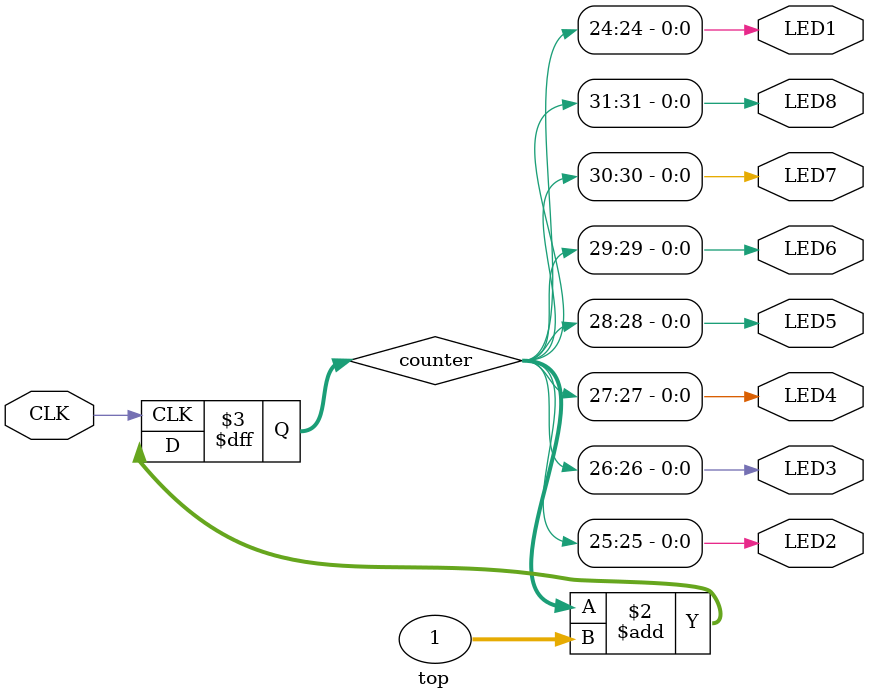
<source format=v>
/* module */
module top (
    input CLK,
    output LED1,
    output LED2,
    output LED3,
    output LED4,
    output LED5,
    output LED6,
    output LED7,
    output LED8
);

    /* reg */
    reg [32:0] counter;

    /* assign */
    assign LED1 = counter[24];
    assign LED2 = counter[25];
    assign LED3 = counter[26];
    assign LED4 = counter[27];
    assign LED5 = counter[28];
    assign LED6 = counter[29];
    assign LED7 = counter[30];
    assign LED8 = counter[31];


    /* always */
    always @ (posedge CLK) begin
        counter <= counter + 1;
    end

endmodule


</source>
